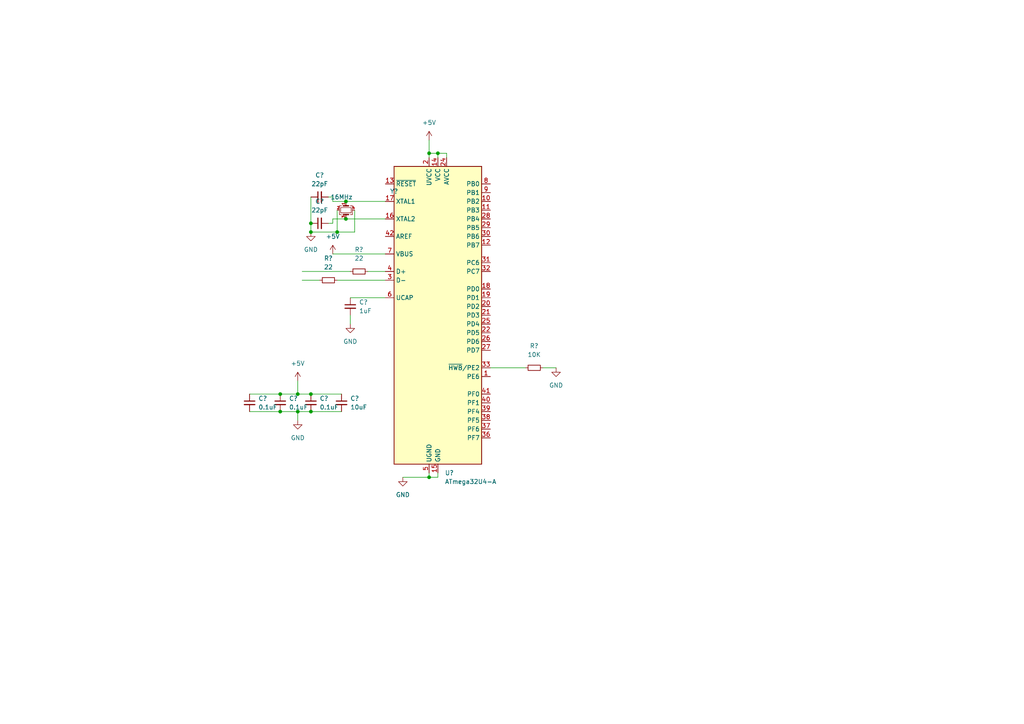
<source format=kicad_sch>
(kicad_sch (version 20211123) (generator eeschema)
  (paper "A4")
  (lib_symbols
    (symbol "Device:C_Small" (pin_numbers hide) (pin_names (offset 0.254) hide)
      (property "Reference" "C" (at 0.254 1.778 0))
      (property "Value" "C_Small" (at 0.254 -2.032 0))
      (symbol "C_Small_0_1"
        (polyline (pts (xy -1.524 -0.508) (xy 1.524 -0.508)) (stroke (width 0.3302)))
        (polyline (pts (xy -1.524 0.508) (xy 1.524 0.508)) (stroke (width 0.3048)))
      )
      (symbol "C_Small_1_1"
        (pin passive line (at 0 2.54 270) (length 2.032) (name "~") (number "1"))
        (pin passive line (at 0 -2.54 90) (length 2.032) (name "~") (number "2"))
      )
    )
    (symbol "Device:Crystal_GND24_Small" (pin_names (offset 1.016) hide)
      (property "Reference" "Y" (at 1.27 4.445 0))
      (property "Value" "Crystal_GND24_Small" (at 1.27 2.54 0))
      (symbol "Crystal_GND24_Small_0_1"
        (rectangle (start -0.762 -1.524) (end 0.762 1.524))
        (polyline (pts (xy -1.27 -0.762) (xy -1.27 0.762)) (stroke (width 0.381)))
        (polyline (pts (xy 1.27 -0.762) (xy 1.27 0.762)) (stroke (width 0.381)))
        (polyline (pts (xy -1.27 -1.27) (xy -1.27 -1.905) (xy 1.27 -1.905) (xy 1.27 -1.27)))
        (polyline (pts (xy -1.27 1.27) (xy -1.27 1.905) (xy 1.27 1.905) (xy 1.27 1.27)))
      )
      (symbol "Crystal_GND24_Small_1_1"
        (pin passive line (at -2.54 0 0) (length 1.27) (name "1") (number "1"))
        (pin passive line (at 0 -2.54 90) (length 0.635) (name "2") (number "2"))
        (pin passive line (at 2.54 0 180) (length 1.27) (name "3") (number "3"))
        (pin passive line (at 0 2.54 270) (length 0.635) (name "4") (number "4"))
      )
    )
    (symbol "Device:R_Small" (pin_numbers hide) (pin_names (offset 0.254) hide)
      (property "Reference" "R" (at 0.762 0.508 0))
      (property "Value" "R_Small" (at 0.762 -1.016 0))
      (symbol "R_Small_0_1"
        (rectangle (start -0.762 1.778) (end 0.762 -1.778) (stroke (width 0.2032)))
      )
      (symbol "R_Small_1_1"
        (pin passive line (at 0 2.54 270) (length 0.762) (name "~") (number "1"))
        (pin passive line (at 0 -2.54 90) (length 0.762) (name "~") (number "2"))
      )
    )
    (symbol "MCU_Microchip_ATmega:ATmega32U4-A"
      (property "Reference" "U" (at -12.7 44.45 0))
      (property "Value" "ATmega32U4-A" (at 2.54 -44.45 0))
      (symbol "ATmega32U4-A_0_1"
        (rectangle (start -12.7 -43.18) (end 12.7 43.18) (stroke (width 0.254)) (fill (type background)))
      )
      (symbol "ATmega32U4-A_1_1"
        (pin bidirectional line (at 15.24 -17.78 180) (length 2.54) (name "PE6") (number "1"))
        (pin bidirectional line (at 15.24 33.02 180) (length 2.54) (name "PB2") (number "10"))
        (pin bidirectional line (at 15.24 30.48 180) (length 2.54) (name "PB3") (number "11"))
        (pin bidirectional line (at 15.24 20.32 180) (length 2.54) (name "PB7") (number "12"))
        (pin input line (at -15.24 38.1 0) (length 2.54) (name "~{RESET}") (number "13"))
        (pin power_in line (at 0 45.72 270) (length 2.54) (name "VCC") (number "14"))
        (pin power_in line (at 0 -45.72 90) (length 2.54) (name "GND") (number "15"))
        (pin output line (at -15.24 27.94 0) (length 2.54) (name "XTAL2") (number "16"))
        (pin input line (at -15.24 33.02 0) (length 2.54) (name "XTAL1") (number "17"))
        (pin bidirectional line (at 15.24 7.62 180) (length 2.54) (name "PD0") (number "18"))
        (pin bidirectional line (at 15.24 5.08 180) (length 2.54) (name "PD1") (number "19"))
        (pin power_in line (at -2.54 45.72 270) (length 2.54) (name "UVCC") (number "2"))
        (pin bidirectional line (at 15.24 2.54 180) (length 2.54) (name "PD2") (number "20"))
        (pin bidirectional line (at 15.24 0 180) (length 2.54) (name "PD3") (number "21"))
        (pin bidirectional line (at 15.24 -5.08 180) (length 2.54) (name "PD5") (number "22"))
        (pin passive line (at 0 -45.72 90) (length 2.54) hide (name "GND") (number "23"))
        (pin power_in line (at 2.54 45.72 270) (length 2.54) (name "AVCC") (number "24"))
        (pin bidirectional line (at 15.24 -2.54 180) (length 2.54) (name "PD4") (number "25"))
        (pin bidirectional line (at 15.24 -7.62 180) (length 2.54) (name "PD6") (number "26"))
        (pin bidirectional line (at 15.24 -10.16 180) (length 2.54) (name "PD7") (number "27"))
        (pin bidirectional line (at 15.24 27.94 180) (length 2.54) (name "PB4") (number "28"))
        (pin bidirectional line (at 15.24 25.4 180) (length 2.54) (name "PB5") (number "29"))
        (pin bidirectional line (at -15.24 10.16 0) (length 2.54) (name "D-") (number "3"))
        (pin bidirectional line (at 15.24 22.86 180) (length 2.54) (name "PB6") (number "30"))
        (pin bidirectional line (at 15.24 15.24 180) (length 2.54) (name "PC6") (number "31"))
        (pin bidirectional line (at 15.24 12.7 180) (length 2.54) (name "PC7") (number "32"))
        (pin bidirectional line (at 15.24 -15.24 180) (length 2.54) (name "~{HWB}/PE2") (number "33"))
        (pin passive line (at 0 45.72 270) (length 2.54) hide (name "VCC") (number "34"))
        (pin passive line (at 0 -45.72 90) (length 2.54) hide (name "GND") (number "35"))
        (pin bidirectional line (at 15.24 -35.56 180) (length 2.54) (name "PF7") (number "36"))
        (pin bidirectional line (at 15.24 -33.02 180) (length 2.54) (name "PF6") (number "37"))
        (pin bidirectional line (at 15.24 -30.48 180) (length 2.54) (name "PF5") (number "38"))
        (pin bidirectional line (at 15.24 -27.94 180) (length 2.54) (name "PF4") (number "39"))
        (pin bidirectional line (at -15.24 12.7 0) (length 2.54) (name "D+") (number "4"))
        (pin bidirectional line (at 15.24 -25.4 180) (length 2.54) (name "PF1") (number "40"))
        (pin bidirectional line (at 15.24 -22.86 180) (length 2.54) (name "PF0") (number "41"))
        (pin passive line (at -15.24 22.86 0) (length 2.54) (name "AREF") (number "42"))
        (pin passive line (at 0 -45.72 90) (length 2.54) hide (name "GND") (number "43"))
        (pin passive line (at 2.54 45.72 270) (length 2.54) hide (name "AVCC") (number "44"))
        (pin passive line (at -2.54 -45.72 90) (length 2.54) (name "UGND") (number "5"))
        (pin passive line (at -15.24 5.08 0) (length 2.54) (name "UCAP") (number "6"))
        (pin input line (at -15.24 17.78 0) (length 2.54) (name "VBUS") (number "7"))
        (pin bidirectional line (at 15.24 38.1 180) (length 2.54) (name "PB0") (number "8"))
        (pin bidirectional line (at 15.24 35.56 180) (length 2.54) (name "PB1") (number "9"))
      )
    )
    (symbol "power:+5V" (power) (pin_names (offset 0))
      (property "Value" "+5V" (at 0 3.556 0))
      (symbol "+5V_0_1"
        (polyline (pts (xy -0.762 1.27) (xy 0 2.54)))
        (polyline (pts (xy 0 0) (xy 0 2.54)))
        (polyline (pts (xy 0 2.54) (xy 0.762 1.27)))
      )
      (symbol "+5V_1_1"
        (pin power_in line (at 0 0 90) (length 0) hide (name "+5V") (number "1"))
      )
    )
    (symbol "power:GND" (power) (pin_names (offset 0))
      (property "Value" "GND" (at 0 -3.81 0))
      (symbol "GND_0_1"
        (polyline (pts (xy 0 0) (xy 0 -1.27) (xy 1.27 -1.27) (xy 0 -2.54) (xy -1.27 -1.27) (xy 0 -1.27)))
      )
      (symbol "GND_1_1"
        (pin power_in line (at 0 0 270) (length 0) hide (name "GND") (number "1"))
      )
    )
  )
  (junction (at 127 44.45))
  (junction (at 90.17 67.31))
  (junction (at 124.46 44.45))
  (junction (at 90.17 119.38))
  (junction (at 90.17 64.77))
  (junction (at 81.28 119.38))
  (junction (at 124.46 138.43))
  (junction (at 81.28 114.3))
  (junction (at 90.17 114.3))
  (junction (at 100.33 63.5))
  (junction (at 97.79 67.31))
  (junction (at 86.36 119.38))
  (junction (at 86.36 114.3))
  (junction (at 100.33 58.42))
  (wire (pts (xy 81.28 114.3) (xy 86.36 114.3)))
  (wire (pts (xy 97.79 81.28) (xy 111.76 81.28)))
  (wire (pts (xy 97.79 60.96) (xy 97.79 67.31)))
  (wire (pts (xy 101.6 86.36) (xy 111.76 86.36)))
  (wire (pts (xy 96.52 63.5) (xy 100.33 63.5)))
  (wire (pts (xy 127 137.16) (xy 127 138.43)))
  (wire (pts (xy 101.6 91.44) (xy 101.6 93.98)))
  (wire (pts (xy 127 45.72) (xy 127 44.45)))
  (wire (pts (xy 72.39 114.3) (xy 81.28 114.3)))
  (wire (pts (xy 81.28 119.38) (xy 86.36 119.38)))
  (wire (pts (xy 87.63 78.74) (xy 101.6 78.74)))
  (wire (pts (xy 124.46 138.43) (xy 127 138.43)))
  (wire (pts (xy 86.36 114.3) (xy 90.17 114.3)))
  (wire (pts (xy 90.17 57.15) (xy 90.17 64.77)))
  (wire (pts (xy 87.63 81.28) (xy 92.71 81.28)))
  (wire (pts (xy 96.52 57.15) (xy 96.52 58.42)))
  (wire (pts (xy 116.84 138.43) (xy 124.46 138.43)))
  (wire (pts (xy 86.36 110.49) (xy 86.36 114.3)))
  (wire (pts (xy 124.46 44.45) (xy 124.46 45.72)))
  (wire (pts (xy 100.33 63.5) (xy 111.76 63.5)))
  (wire (pts (xy 96.52 73.66) (xy 111.76 73.66)))
  (wire (pts (xy 142.24 106.68) (xy 152.4 106.68)))
  (wire (pts (xy 102.87 60.96) (xy 102.87 67.31)))
  (wire (pts (xy 106.68 78.74) (xy 111.76 78.74)))
  (wire (pts (xy 127 44.45) (xy 129.54 44.45)))
  (wire (pts (xy 127 44.45) (xy 124.46 44.45)))
  (wire (pts (xy 90.17 119.38) (xy 99.06 119.38)))
  (wire (pts (xy 86.36 119.38) (xy 86.36 121.92)))
  (wire (pts (xy 157.48 106.68) (xy 161.29 106.68)))
  (wire (pts (xy 129.54 45.72) (xy 129.54 44.45)))
  (wire (pts (xy 97.79 67.31) (xy 102.87 67.31)))
  (wire (pts (xy 90.17 114.3) (xy 99.06 114.3)))
  (wire (pts (xy 95.25 57.15) (xy 96.52 57.15)))
  (wire (pts (xy 90.17 67.31) (xy 97.79 67.31)))
  (wire (pts (xy 72.39 119.38) (xy 81.28 119.38)))
  (wire (pts (xy 100.33 58.42) (xy 111.76 58.42)))
  (wire (pts (xy 86.36 119.38) (xy 90.17 119.38)))
  (wire (pts (xy 124.46 137.16) (xy 124.46 138.43)))
  (wire (pts (xy 95.25 64.77) (xy 96.52 64.77)))
  (wire (pts (xy 90.17 64.77) (xy 90.17 67.31)))
  (wire (pts (xy 96.52 64.77) (xy 96.52 63.5)))
  (wire (pts (xy 96.52 58.42) (xy 100.33 58.42)))
  (wire (pts (xy 124.46 40.64) (xy 124.46 44.45)))
  (symbol (lib_id "Device:C_Small") (at 72.39 116.84 0) (unit 1)
    (property "Reference" "C?" (at 74.93 115.5762 0) (effects (justify left)))
    (property "Value" "0.1uF" (at 74.93 118.1162 0) (effects (justify left)))
  )
  (symbol (lib_id "power:GND") (at 101.6 93.98 0) (unit 1)
    (property "Reference" "#PWR?" (effects hide))
    (property "Value" "GND" (at 101.6 99.06 0))
  )
  (symbol (lib_id "power:GND") (at 86.36 121.92 0) (unit 1)
    (property "Reference" "#PWR?" (effects hide))
    (property "Value" "GND" (at 86.36 127 0))
  )
  (symbol (lib_id "Device:C_Small") (at 92.71 64.77 90) (unit 1)
    (property "Reference" "C?" (at 92.7163 58.42 90))
    (property "Value" "22pF" (at 92.7163 60.96 90))
  )
  (symbol (lib_id "Device:R_Small") (at 104.14 78.74 90) (unit 1)
    (property "Reference" "R?" (at 104.14 72.39 90))
    (property "Value" "22" (at 104.14 74.93 90))
  )
  (symbol (lib_id "Device:C_Small") (at 99.06 116.84 0) (unit 1)
    (property "Reference" "C?" (at 101.6 115.5762 0) (effects (justify left)))
    (property "Value" "10uF" (at 101.6 118.1162 0) (effects (justify left)))
  )
  (symbol (lib_id "power:+5V") (at 124.46 40.64 0) (unit 1)
    (property "Reference" "#PWR?" (effects hide))
    (property "Value" "+5V" (at 124.46 35.56 0))
  )
  (symbol (lib_id "Device:R_Small") (at 154.94 106.68 90) (unit 1)
    (property "Reference" "R?" (at 154.94 100.33 90))
    (property "Value" "10K" (at 154.94 102.87 90))
  )
  (symbol (lib_id "MCU_Microchip_ATmega:ATmega32U4-A") (at 127 91.44 0) (unit 1)
    (property "Reference" "U?" (at 129.0194 137.16 0) (effects (justify left)))
    (property "Value" "ATmega32U4-A" (at 129.0194 139.7 0) (effects (justify left)))
    (property "Footprint" "Package_QFP:TQFP-44_10x10mm_P0.8mm" (effects hide))
    (property "Datasheet" "http://ww1.microchip.com/downloads/en/DeviceDoc/Atmel-7766-8-bit-AVR-ATmega16U4-32U4_Datasheet.pdf" (effects hide))
  )
  (symbol (lib_id "power:+5V") (at 86.36 110.49 0) (unit 1)
    (property "Reference" "#PWR?" (effects hide))
    (property "Value" "+5V" (at 86.36 105.41 0))
  )
  (symbol (lib_id "power:GND") (at 116.84 138.43 0) (unit 1)
    (property "Reference" "#PWR?" (effects hide))
    (property "Value" "GND" (at 116.84 143.51 0))
  )
  (symbol (lib_id "Device:Crystal_GND24_Small") (at 100.33 60.96 270) (unit 1)
    (property "Reference" "Y?" (at 114.3 55.4988 90))
    (property "Value" "16MHz" (at 99.06 57.15 90))
  )
  (symbol (lib_id "Device:C_Small") (at 90.17 116.84 0) (unit 1)
    (property "Reference" "C?" (at 92.71 115.5762 0) (effects (justify left)))
    (property "Value" "0.1uF" (at 92.71 118.1162 0) (effects (justify left)))
  )
  (symbol (lib_id "power:+5V") (at 96.52 73.66 0) (unit 1)
    (property "Reference" "#PWR?" (effects hide))
    (property "Value" "+5V" (at 96.52 68.58 0))
  )
  (symbol (lib_id "Device:C_Small") (at 81.28 116.84 0) (unit 1)
    (property "Reference" "C?" (at 83.82 115.5762 0) (effects (justify left)))
    (property "Value" "0.1uF" (at 83.82 118.1162 0) (effects (justify left)))
  )
  (symbol (lib_id "power:GND") (at 90.17 67.31 0) (unit 1)
    (property "Reference" "#PWR?" (effects hide))
    (property "Value" "GND" (at 90.17 72.39 0))
  )
  (symbol (lib_id "Device:R_Small") (at 95.25 81.28 90) (unit 1)
    (property "Reference" "R?" (at 95.25 74.93 90))
    (property "Value" "22" (at 95.25 77.47 90))
  )
  (symbol (lib_id "Device:C_Small") (at 92.71 57.15 90) (unit 1)
    (property "Reference" "C?" (at 92.7163 50.8 90))
    (property "Value" "22pF" (at 92.7163 53.34 90))
  )
  (symbol (lib_id "Device:C_Small") (at 101.6 88.9 0) (unit 1)
    (property "Reference" "C?" (at 104.14 87.6362 0) (effects (justify left)))
    (property "Value" "1uF" (at 104.14 90.1762 0) (effects (justify left)))
  )
  (symbol (lib_id "power:GND") (at 161.29 106.68 0) (unit 1)
    (property "Reference" "#PWR?" (effects hide))
    (property "Value" "GND" (at 161.29 111.76 0))
  )
)
</source>
